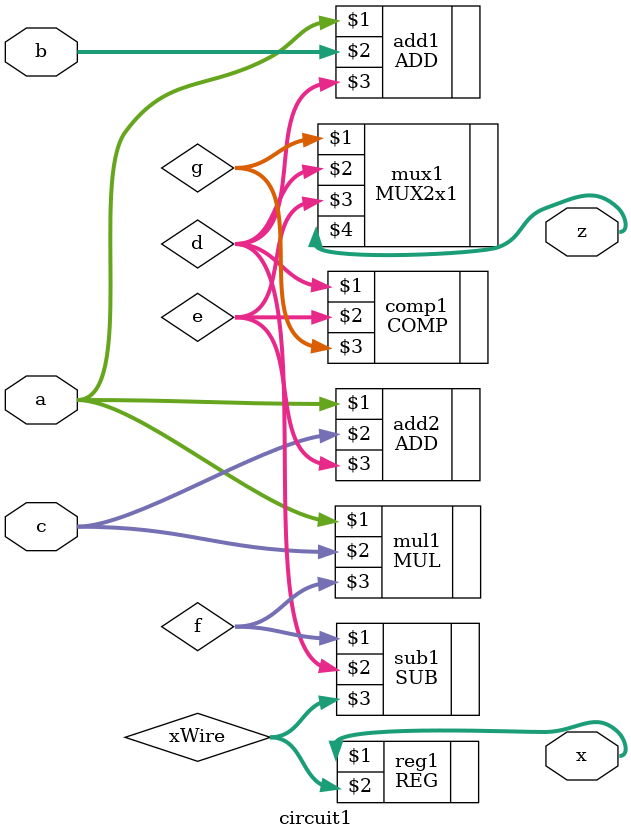
<source format=v>
`timescale 1ns / 1ps


module circuit1(a, b, c, z, x);
    input [7:0] a, b, c;
    output reg [7:0] z; 
    output reg [15:0] x;
    wire [7:0] d, e;
    wire [15:0] f, g, xWire;
    
    ADD add1(a, b, d);
    ADD add2(a, c, e);
    COMP comp1(d, e, g);
    MUX2x1 mux1(g, d, e, z);
    MUL mul1(a, c, f);
    SUB sub1(f, d, xWire);
    REG reg1(x, xWire);
endmodule

</source>
